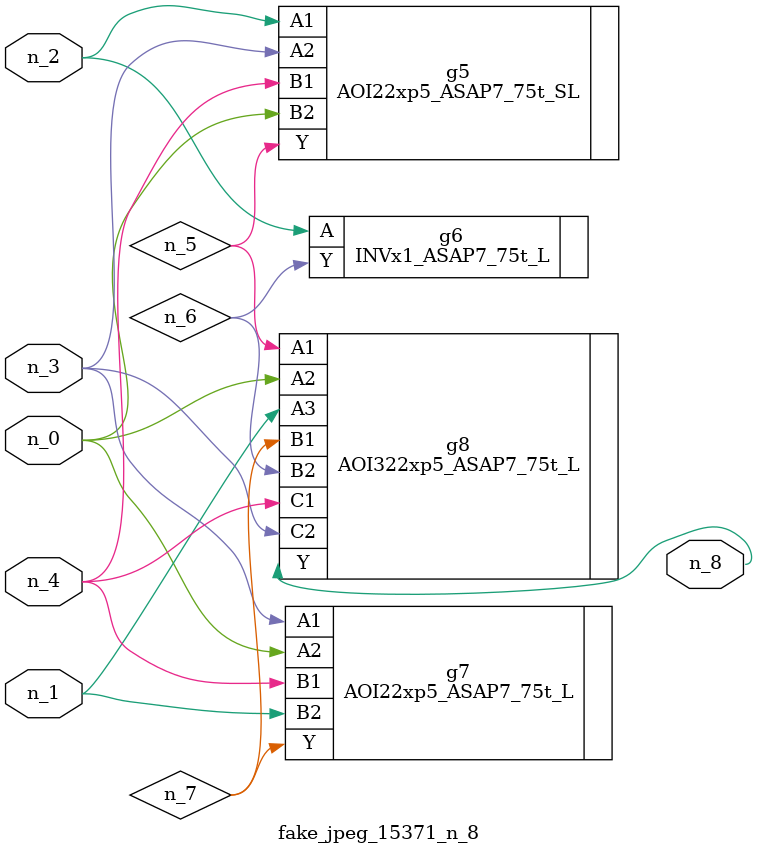
<source format=v>
module fake_jpeg_15371_n_8 (n_3, n_2, n_1, n_0, n_4, n_8);

input n_3;
input n_2;
input n_1;
input n_0;
input n_4;

output n_8;

wire n_6;
wire n_5;
wire n_7;

AOI22xp5_ASAP7_75t_SL g5 ( 
.A1(n_2),
.A2(n_3),
.B1(n_4),
.B2(n_0),
.Y(n_5)
);

INVx1_ASAP7_75t_L g6 ( 
.A(n_2),
.Y(n_6)
);

AOI22xp5_ASAP7_75t_L g7 ( 
.A1(n_3),
.A2(n_0),
.B1(n_4),
.B2(n_1),
.Y(n_7)
);

AOI322xp5_ASAP7_75t_L g8 ( 
.A1(n_5),
.A2(n_0),
.A3(n_1),
.B1(n_7),
.B2(n_6),
.C1(n_4),
.C2(n_3),
.Y(n_8)
);


endmodule
</source>
